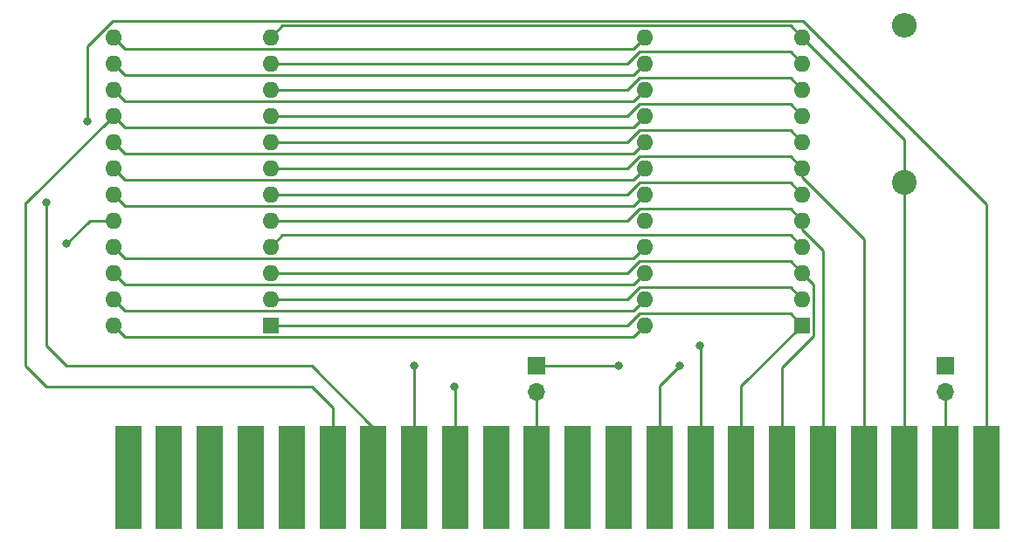
<source format=gbr>
%TF.GenerationSoftware,KiCad,Pcbnew,(5.1.12)-1*%
%TF.CreationDate,2022-08-04T09:57:32+01:00*%
%TF.ProjectId,Apple-1 ROM_RAM,4170706c-652d-4312-9052-4f4d5f52414d,rev?*%
%TF.SameCoordinates,Original*%
%TF.FileFunction,Copper,L1,Top*%
%TF.FilePolarity,Positive*%
%FSLAX46Y46*%
G04 Gerber Fmt 4.6, Leading zero omitted, Abs format (unit mm)*
G04 Created by KiCad (PCBNEW (5.1.12)-1) date 2022-08-04 09:57:32*
%MOMM*%
%LPD*%
G01*
G04 APERTURE LIST*
%TA.AperFunction,ComponentPad*%
%ADD10R,1.600000X1.600000*%
%TD*%
%TA.AperFunction,ComponentPad*%
%ADD11O,1.600000X1.600000*%
%TD*%
%TA.AperFunction,ComponentPad*%
%ADD12R,1.700000X1.700000*%
%TD*%
%TA.AperFunction,ComponentPad*%
%ADD13O,1.700000X1.700000*%
%TD*%
%TA.AperFunction,ComponentPad*%
%ADD14C,2.400000*%
%TD*%
%TA.AperFunction,ComponentPad*%
%ADD15O,2.400000X2.400000*%
%TD*%
%TA.AperFunction,ConnectorPad*%
%ADD16R,2.540000X10.000000*%
%TD*%
%TA.AperFunction,ViaPad*%
%ADD17C,0.800000*%
%TD*%
%TA.AperFunction,Conductor*%
%ADD18C,0.250000*%
%TD*%
G04 APERTURE END LIST*
D10*
%TO.P,U1,1*%
%TO.N,Net-(J1-Pad16)*%
X194866200Y-128807460D03*
D11*
%TO.P,U1,13*%
%TO.N,Net-(J1-PadH)*%
X179626200Y-100867460D03*
%TO.P,U1,2*%
%TO.N,Net-(J1-PadT)*%
X194866200Y-126267460D03*
%TO.P,U1,14*%
%TO.N,Net-(J1-Pad7)*%
X179626200Y-103407460D03*
%TO.P,U1,3*%
%TO.N,Net-(J1-Pad17)*%
X194866200Y-123727460D03*
%TO.P,U1,15*%
%TO.N,Net-(J1-PadF)*%
X179626200Y-105947460D03*
%TO.P,U1,4*%
%TO.N,Net-(J1-PadU)*%
X194866200Y-121187460D03*
%TO.P,U1,16*%
%TO.N,Net-(J1-Pad6)*%
X179626200Y-108487460D03*
%TO.P,U1,5*%
%TO.N,Net-(J1-Pad18)*%
X194866200Y-118647460D03*
%TO.P,U1,17*%
%TO.N,Net-(J1-PadE)*%
X179626200Y-111027460D03*
%TO.P,U1,6*%
%TO.N,Net-(J1-PadV)*%
X194866200Y-116107460D03*
%TO.P,U1,18*%
%TO.N,Net-(R1-Pad2)*%
X179626200Y-113567460D03*
%TO.P,U1,7*%
%TO.N,Net-(J1-Pad19)*%
X194866200Y-113567460D03*
%TO.P,U1,19*%
%TO.N,Net-(J1-PadR)*%
X179626200Y-116107460D03*
%TO.P,U1,8*%
%TO.N,Net-(J1-PadW)*%
X194866200Y-111027460D03*
%TO.P,U1,20*%
%TO.N,Net-(S1-Pad1)*%
X179626200Y-118647460D03*
%TO.P,U1,9*%
%TO.N,Net-(J1-Pad9)*%
X194866200Y-108487460D03*
%TO.P,U1,21*%
%TO.N,Net-(J1-Pad14)*%
X179626200Y-121187460D03*
%TO.P,U1,10*%
%TO.N,Net-(J1-PadJ)*%
X194866200Y-105947460D03*
%TO.P,U1,22*%
%TO.N,Net-(J1-Pad15)*%
X179626200Y-123727460D03*
%TO.P,U1,11*%
%TO.N,Net-(J1-Pad8)*%
X194866200Y-103407460D03*
%TO.P,U1,23*%
%TO.N,Net-(J1-PadS)*%
X179626200Y-126267460D03*
%TO.P,U1,12*%
%TO.N,Net-(J1-Pad20)*%
X194866200Y-100867460D03*
%TO.P,U1,24*%
%TO.N,Net-(J1-Pad22)*%
X179626200Y-128807460D03*
%TD*%
D12*
%TO.P,T1,1*%
%TO.N,Net-(T1-Pad1)*%
X208726200Y-132767460D03*
D13*
%TO.P,T1,2*%
%TO.N,/T*%
X208726200Y-135307460D03*
%TD*%
D12*
%TO.P,S1,1*%
%TO.N,Net-(S1-Pad1)*%
X169126200Y-132767460D03*
D13*
%TO.P,S1,2*%
%TO.N,/S*%
X169126200Y-135307460D03*
%TD*%
D14*
%TO.P,R1,1*%
%TO.N,Net-(J1-Pad20)*%
X204766200Y-114947460D03*
D15*
%TO.P,R1,2*%
%TO.N,Net-(R1-Pad2)*%
X204766200Y-99707460D03*
%TD*%
D10*
%TO.P,U2,1*%
%TO.N,Net-(J1-Pad16)*%
X143386200Y-128807460D03*
D11*
%TO.P,U2,13*%
%TO.N,Net-(J1-PadH)*%
X128146200Y-100867460D03*
%TO.P,U2,2*%
%TO.N,Net-(J1-PadT)*%
X143386200Y-126267460D03*
%TO.P,U2,14*%
%TO.N,Net-(J1-Pad7)*%
X128146200Y-103407460D03*
%TO.P,U2,3*%
%TO.N,Net-(J1-Pad17)*%
X143386200Y-123727460D03*
%TO.P,U2,15*%
%TO.N,Net-(J1-PadF)*%
X128146200Y-105947460D03*
%TO.P,U2,4*%
%TO.N,Net-(J1-PadU)*%
X143386200Y-121187460D03*
%TO.P,U2,16*%
%TO.N,Net-(J1-Pad6)*%
X128146200Y-108487460D03*
%TO.P,U2,5*%
%TO.N,Net-(J1-Pad18)*%
X143386200Y-118647460D03*
%TO.P,U2,17*%
%TO.N,Net-(J1-PadE)*%
X128146200Y-111027460D03*
%TO.P,U2,6*%
%TO.N,Net-(J1-PadV)*%
X143386200Y-116107460D03*
%TO.P,U2,18*%
%TO.N,Net-(R1-Pad2)*%
X128146200Y-113567460D03*
%TO.P,U2,7*%
%TO.N,Net-(J1-Pad19)*%
X143386200Y-113567460D03*
%TO.P,U2,19*%
%TO.N,Net-(J1-PadR)*%
X128146200Y-116107460D03*
%TO.P,U2,8*%
%TO.N,Net-(J1-PadW)*%
X143386200Y-111027460D03*
%TO.P,U2,20*%
%TO.N,Net-(T1-Pad1)*%
X128146200Y-118647460D03*
%TO.P,U2,9*%
%TO.N,Net-(J1-Pad9)*%
X143386200Y-108487460D03*
%TO.P,U2,21*%
%TO.N,Net-(J1-Pad14)*%
X128146200Y-121187460D03*
%TO.P,U2,10*%
%TO.N,Net-(J1-PadJ)*%
X143386200Y-105947460D03*
%TO.P,U2,22*%
%TO.N,Net-(J1-Pad15)*%
X128146200Y-123727460D03*
%TO.P,U2,11*%
%TO.N,Net-(J1-Pad8)*%
X143386200Y-103407460D03*
%TO.P,U2,23*%
%TO.N,Net-(J1-PadS)*%
X128146200Y-126267460D03*
%TO.P,U2,12*%
%TO.N,Net-(J1-Pad20)*%
X143386200Y-100867460D03*
%TO.P,U2,24*%
%TO.N,Net-(J1-Pad22)*%
X128146200Y-128807460D03*
%TD*%
D16*
%TO.P,J1,22*%
%TO.N,Net-(J1-Pad22)*%
X212720000Y-143580000D03*
%TO.P,J1,21*%
%TO.N,/T*%
X208760000Y-143580000D03*
%TO.P,J1,20*%
%TO.N,Net-(J1-Pad20)*%
X204800000Y-143580000D03*
%TO.P,J1,19*%
%TO.N,Net-(J1-Pad19)*%
X200840000Y-143580000D03*
%TO.P,J1,18*%
%TO.N,Net-(J1-Pad18)*%
X196880000Y-143580000D03*
%TO.P,J1,17*%
%TO.N,Net-(J1-Pad17)*%
X192920000Y-143580000D03*
%TO.P,J1,16*%
%TO.N,Net-(J1-Pad16)*%
X188960000Y-143580000D03*
%TO.P,J1,15*%
%TO.N,Net-(J1-Pad15)*%
X185000000Y-143580000D03*
%TO.P,J1,14*%
%TO.N,Net-(J1-Pad14)*%
X181040000Y-143580000D03*
%TO.P,J1,13*%
%TO.N,Net-(J1-Pad13)*%
X177080000Y-143580000D03*
%TO.P,J1,12*%
%TO.N,Net-(J1-Pad12)*%
X173120000Y-143580000D03*
%TO.P,J1,11*%
%TO.N,/S*%
X169160000Y-143580000D03*
%TO.P,J1,10*%
%TO.N,Net-(J1-Pad10)*%
X165200000Y-143580000D03*
%TO.P,J1,9*%
%TO.N,Net-(J1-Pad9)*%
X161240000Y-143580000D03*
%TO.P,J1,8*%
%TO.N,Net-(J1-Pad8)*%
X157280000Y-143580000D03*
%TO.P,J1,7*%
%TO.N,Net-(J1-Pad7)*%
X153320000Y-143580000D03*
%TO.P,J1,6*%
%TO.N,Net-(J1-Pad6)*%
X149360000Y-143580000D03*
%TO.P,J1,5*%
%TO.N,Net-(J1-Pad5)*%
X145400000Y-143580000D03*
%TO.P,J1,4*%
%TO.N,Net-(J1-Pad4)*%
X141440000Y-143580000D03*
%TO.P,J1,3*%
%TO.N,Net-(J1-Pad3)*%
X137480000Y-143580000D03*
%TO.P,J1,2*%
%TO.N,Net-(J1-Pad2)*%
X133520000Y-143580000D03*
%TO.P,J1,1*%
%TO.N,Net-(J1-Pad1)*%
X129560000Y-143580000D03*
%TD*%
D17*
%TO.N,Net-(J1-Pad22)*%
X125566200Y-109007460D03*
%TO.N,Net-(J1-Pad15)*%
X184966200Y-130787460D03*
%TO.N,Net-(J1-Pad14)*%
X182986200Y-132767460D03*
%TO.N,Net-(J1-Pad9)*%
X161206200Y-134747460D03*
%TO.N,Net-(J1-Pad8)*%
X157246200Y-132767460D03*
%TO.N,Net-(J1-Pad7)*%
X121606200Y-116927460D03*
%TO.N,Net-(S1-Pad1)*%
X177046200Y-132767460D03*
%TO.N,Net-(T1-Pad1)*%
X123586200Y-120887460D03*
%TD*%
D18*
%TO.N,Net-(J1-Pad22)*%
X213000000Y-140760000D02*
X212720000Y-141040000D01*
X178501199Y-129932461D02*
X179626200Y-128807460D01*
X129271201Y-129932461D02*
X178501199Y-129932461D01*
X128146200Y-128807460D02*
X129271201Y-129932461D01*
X125566200Y-101782458D02*
X125566200Y-109007460D01*
X194956192Y-99292450D02*
X128056208Y-99292450D01*
X212720000Y-117056258D02*
X194956192Y-99292450D01*
X128056208Y-99292450D02*
X125566200Y-101782458D01*
X212720000Y-141040000D02*
X212720000Y-117056258D01*
%TO.N,Net-(J1-Pad20)*%
X193741199Y-99742459D02*
X194866200Y-100867460D01*
X144511201Y-99742459D02*
X193741199Y-99742459D01*
X143386200Y-100867460D02*
X144511201Y-99742459D01*
X204800000Y-110801260D02*
X194866200Y-100867460D01*
X204800000Y-114913660D02*
X204766200Y-114947460D01*
X204800000Y-110801260D02*
X204800000Y-114913660D01*
X204766200Y-141006200D02*
X204800000Y-141040000D01*
X204766200Y-114947460D02*
X204766200Y-141006200D01*
%TO.N,Net-(J1-Pad19)*%
X193741199Y-112442459D02*
X194866200Y-113567460D01*
X179086199Y-112442459D02*
X193741199Y-112442459D01*
X177961198Y-113567460D02*
X179086199Y-112442459D01*
X143386200Y-113567460D02*
X177961198Y-113567460D01*
X194866200Y-114442458D02*
X194866200Y-113567460D01*
X200840000Y-120416258D02*
X194866200Y-114442458D01*
X200840000Y-141040000D02*
X200840000Y-120416258D01*
%TO.N,Net-(J1-Pad18)*%
X193741199Y-117522459D02*
X194866200Y-118647460D01*
X179086199Y-117522459D02*
X193741199Y-117522459D01*
X177961198Y-118647460D02*
X179086199Y-117522459D01*
X143386200Y-118647460D02*
X177961198Y-118647460D01*
X194866200Y-119522458D02*
X194866200Y-118647460D01*
X196880000Y-121536258D02*
X194866200Y-119522458D01*
X196880000Y-141040000D02*
X196880000Y-121536258D01*
%TO.N,Net-(J1-Pad17)*%
X192920000Y-141040000D02*
X193125001Y-140834999D01*
X193741199Y-122602459D02*
X194866200Y-123727460D01*
X179086199Y-122602459D02*
X193741199Y-122602459D01*
X177961198Y-123727460D02*
X179086199Y-122602459D01*
X143386200Y-123727460D02*
X177961198Y-123727460D01*
X195991201Y-124852461D02*
X194866200Y-123727460D01*
X195991201Y-129867461D02*
X195991201Y-124852461D01*
X192920000Y-132938662D02*
X195991201Y-129867461D01*
X192920000Y-141040000D02*
X192920000Y-132938662D01*
%TO.N,Net-(J1-Pad16)*%
X193741199Y-127682459D02*
X194866200Y-128807460D01*
X179086199Y-127682459D02*
X193741199Y-127682459D01*
X177961198Y-128807460D02*
X179086199Y-127682459D01*
X143386200Y-128807460D02*
X177961198Y-128807460D01*
X188960000Y-134713660D02*
X194866200Y-128807460D01*
X188960000Y-141040000D02*
X188960000Y-134713660D01*
%TO.N,Net-(J1-Pad15)*%
X178501199Y-124852461D02*
X179626200Y-123727460D01*
X129271201Y-124852461D02*
X178501199Y-124852461D01*
X128146200Y-123727460D02*
X129271201Y-124852461D01*
X185000000Y-130821260D02*
X184966200Y-130787460D01*
X185000000Y-141040000D02*
X185000000Y-130821260D01*
%TO.N,Net-(J1-Pad14)*%
X178501199Y-122312461D02*
X179626200Y-121187460D01*
X129271201Y-122312461D02*
X178501199Y-122312461D01*
X128146200Y-121187460D02*
X129271201Y-122312461D01*
X181040000Y-134713660D02*
X182986200Y-132767460D01*
X181040000Y-141040000D02*
X181040000Y-134713660D01*
%TO.N,Net-(J1-Pad9)*%
X179086199Y-107362459D02*
X193741199Y-107362459D01*
X177961198Y-108487460D02*
X179086199Y-107362459D01*
X193741199Y-107362459D02*
X194866200Y-108487460D01*
X143386200Y-108487460D02*
X177961198Y-108487460D01*
X161240000Y-134781260D02*
X161206200Y-134747460D01*
X161240000Y-141040000D02*
X161240000Y-134781260D01*
%TO.N,Net-(J1-Pad8)*%
X193741199Y-102282459D02*
X194866200Y-103407460D01*
X179086199Y-102282459D02*
X193741199Y-102282459D01*
X177961198Y-103407460D02*
X179086199Y-102282459D01*
X143386200Y-103407460D02*
X177961198Y-103407460D01*
X157280000Y-132801260D02*
X157246200Y-132767460D01*
X157280000Y-141040000D02*
X157280000Y-132801260D01*
%TO.N,Net-(J1-Pad7)*%
X178501199Y-104532461D02*
X179626200Y-103407460D01*
X129271201Y-104532461D02*
X178501199Y-104532461D01*
X128146200Y-103407460D02*
X129271201Y-104532461D01*
X153320000Y-141040000D02*
X153320000Y-138741260D01*
X153320000Y-138741260D02*
X147346200Y-132767460D01*
X147346200Y-132767460D02*
X123586200Y-132767460D01*
X121606200Y-130787460D02*
X121606200Y-116927460D01*
X123586200Y-132767460D02*
X121606200Y-130787460D01*
%TO.N,Net-(J1-Pad6)*%
X178501199Y-109612461D02*
X179626200Y-108487460D01*
X129271201Y-109612461D02*
X178501199Y-109612461D01*
X128146200Y-108487460D02*
X129271201Y-109612461D01*
X149360000Y-141040000D02*
X149360000Y-136761260D01*
X149360000Y-136761260D02*
X147346200Y-134747460D01*
X147346200Y-134747460D02*
X121606200Y-134747460D01*
X121606200Y-134747460D02*
X119626200Y-132767460D01*
X119626200Y-132767460D02*
X119626200Y-116927460D01*
X119706200Y-116927460D02*
X128146200Y-108487460D01*
X119626200Y-116927460D02*
X119706200Y-116927460D01*
%TO.N,Net-(J1-PadW)*%
X193741199Y-109902459D02*
X194866200Y-111027460D01*
X179086199Y-109902459D02*
X193741199Y-109902459D01*
X177961198Y-111027460D02*
X179086199Y-109902459D01*
X143386200Y-111027460D02*
X177961198Y-111027460D01*
%TO.N,Net-(J1-PadV)*%
X179086199Y-114982459D02*
X193741199Y-114982459D01*
X193741199Y-114982459D02*
X194866200Y-116107460D01*
X177961198Y-116107460D02*
X179086199Y-114982459D01*
X143386200Y-116107460D02*
X177961198Y-116107460D01*
%TO.N,Net-(J1-PadU)*%
X193741199Y-120062459D02*
X194866200Y-121187460D01*
X144511201Y-120062459D02*
X193741199Y-120062459D01*
X143386200Y-121187460D02*
X144511201Y-120062459D01*
%TO.N,Net-(J1-PadT)*%
X193741199Y-125142459D02*
X194866200Y-126267460D01*
X179086199Y-125142459D02*
X193741199Y-125142459D01*
X177961198Y-126267460D02*
X179086199Y-125142459D01*
X143386200Y-126267460D02*
X177961198Y-126267460D01*
%TO.N,Net-(J1-PadS)*%
X178501199Y-127392461D02*
X179626200Y-126267460D01*
X129271201Y-127392461D02*
X178501199Y-127392461D01*
X128146200Y-126267460D02*
X129271201Y-127392461D01*
%TO.N,Net-(J1-PadR)*%
X178501199Y-117232461D02*
X179626200Y-116107460D01*
X129271201Y-117232461D02*
X178501199Y-117232461D01*
X128146200Y-116107460D02*
X129271201Y-117232461D01*
%TO.N,Net-(J1-PadJ)*%
X193741199Y-104822459D02*
X194866200Y-105947460D01*
X179086199Y-104822459D02*
X193741199Y-104822459D01*
X177961198Y-105947460D02*
X179086199Y-104822459D01*
X143386200Y-105947460D02*
X177961198Y-105947460D01*
%TO.N,Net-(J1-PadH)*%
X178501199Y-101992461D02*
X179626200Y-100867460D01*
X129271201Y-101992461D02*
X178501199Y-101992461D01*
X128146200Y-100867460D02*
X129271201Y-101992461D01*
%TO.N,Net-(J1-PadF)*%
X178501199Y-107072461D02*
X179626200Y-105947460D01*
X129271201Y-107072461D02*
X178501199Y-107072461D01*
X128146200Y-105947460D02*
X129271201Y-107072461D01*
%TO.N,Net-(J1-PadE)*%
X178501199Y-112152461D02*
X179626200Y-111027460D01*
X129271201Y-112152461D02*
X178501199Y-112152461D01*
X128146200Y-111027460D02*
X129271201Y-112152461D01*
%TO.N,Net-(R1-Pad2)*%
X178501199Y-114692461D02*
X179626200Y-113567460D01*
X129271201Y-114692461D02*
X178501199Y-114692461D01*
X128146200Y-113567460D02*
X129271201Y-114692461D01*
%TO.N,/S*%
X169160000Y-135341260D02*
X169126200Y-135307460D01*
X169160000Y-141040000D02*
X169160000Y-135341260D01*
%TO.N,/T*%
X208760000Y-135341260D02*
X208726200Y-135307460D01*
X208760000Y-141040000D02*
X208760000Y-135341260D01*
%TO.N,Net-(S1-Pad1)*%
X177046200Y-132767460D02*
X169126200Y-132767460D01*
%TO.N,Net-(T1-Pad1)*%
X125826200Y-118647460D02*
X128146200Y-118647460D01*
X123586200Y-120887460D02*
X125826200Y-118647460D01*
%TD*%
M02*

</source>
